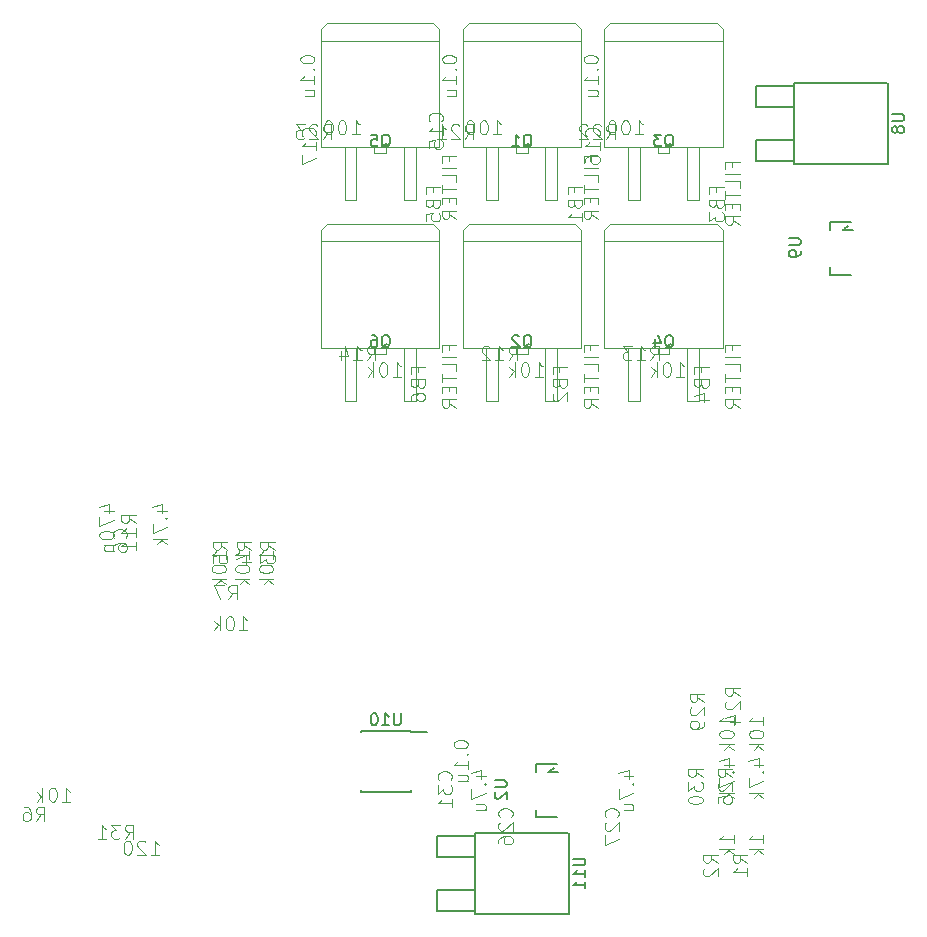
<source format=gbr>
G04 #@! TF.FileFunction,Legend,Bot*
%FSLAX46Y46*%
G04 Gerber Fmt 4.6, Leading zero omitted, Abs format (unit mm)*
G04 Created by KiCad (PCBNEW 4.0.6) date 03/21/17 17:18:28*
%MOMM*%
%LPD*%
G01*
G04 APERTURE LIST*
%ADD10C,0.100000*%
%ADD11C,0.150000*%
%ADD12C,0.101600*%
G04 APERTURE END LIST*
D10*
X44500000Y-13000000D02*
X44500000Y-13500000D01*
X44500000Y-13500000D02*
X43500000Y-13500000D01*
X43500000Y-13500000D02*
X43500000Y-13000000D01*
X42000000Y-13000000D02*
X42000000Y-17500000D01*
X42000000Y-17500000D02*
X41000000Y-17500000D01*
X41000000Y-17500000D02*
X41000000Y-13000000D01*
X47000000Y-13000000D02*
X47000000Y-17500000D01*
X47000000Y-17500000D02*
X46000000Y-17500000D01*
X46000000Y-17500000D02*
X46000000Y-13000000D01*
X39500000Y-2500000D02*
X48500000Y-2500000D01*
X48500000Y-2500000D02*
X49000000Y-3000000D01*
X39000000Y-3000000D02*
X39500000Y-2500000D01*
X39000000Y-4000000D02*
X39000000Y-3000000D01*
X49000000Y-4000000D02*
X49000000Y-3000000D01*
X49000000Y-4000000D02*
X49000000Y-13000000D01*
X39000000Y-4000000D02*
X49000000Y-4000000D01*
X39000000Y-13000000D02*
X39000000Y-4000000D01*
X39000000Y-13000000D02*
X49000000Y-13000000D01*
X44500000Y-30000000D02*
X44500000Y-30500000D01*
X44500000Y-30500000D02*
X43500000Y-30500000D01*
X43500000Y-30500000D02*
X43500000Y-30000000D01*
X42000000Y-30000000D02*
X42000000Y-34500000D01*
X42000000Y-34500000D02*
X41000000Y-34500000D01*
X41000000Y-34500000D02*
X41000000Y-30000000D01*
X47000000Y-30000000D02*
X47000000Y-34500000D01*
X47000000Y-34500000D02*
X46000000Y-34500000D01*
X46000000Y-34500000D02*
X46000000Y-30000000D01*
X39500000Y-19500000D02*
X48500000Y-19500000D01*
X48500000Y-19500000D02*
X49000000Y-20000000D01*
X39000000Y-20000000D02*
X39500000Y-19500000D01*
X39000000Y-21000000D02*
X39000000Y-20000000D01*
X49000000Y-21000000D02*
X49000000Y-20000000D01*
X49000000Y-21000000D02*
X49000000Y-30000000D01*
X39000000Y-21000000D02*
X49000000Y-21000000D01*
X39000000Y-30000000D02*
X39000000Y-21000000D01*
X39000000Y-30000000D02*
X49000000Y-30000000D01*
X56500000Y-13000000D02*
X56500000Y-13500000D01*
X56500000Y-13500000D02*
X55500000Y-13500000D01*
X55500000Y-13500000D02*
X55500000Y-13000000D01*
X54000000Y-13000000D02*
X54000000Y-17500000D01*
X54000000Y-17500000D02*
X53000000Y-17500000D01*
X53000000Y-17500000D02*
X53000000Y-13000000D01*
X59000000Y-13000000D02*
X59000000Y-17500000D01*
X59000000Y-17500000D02*
X58000000Y-17500000D01*
X58000000Y-17500000D02*
X58000000Y-13000000D01*
X51500000Y-2500000D02*
X60500000Y-2500000D01*
X60500000Y-2500000D02*
X61000000Y-3000000D01*
X51000000Y-3000000D02*
X51500000Y-2500000D01*
X51000000Y-4000000D02*
X51000000Y-3000000D01*
X61000000Y-4000000D02*
X61000000Y-3000000D01*
X61000000Y-4000000D02*
X61000000Y-13000000D01*
X51000000Y-4000000D02*
X61000000Y-4000000D01*
X51000000Y-13000000D02*
X51000000Y-4000000D01*
X51000000Y-13000000D02*
X61000000Y-13000000D01*
X56500000Y-30000000D02*
X56500000Y-30500000D01*
X56500000Y-30500000D02*
X55500000Y-30500000D01*
X55500000Y-30500000D02*
X55500000Y-30000000D01*
X54000000Y-30000000D02*
X54000000Y-34500000D01*
X54000000Y-34500000D02*
X53000000Y-34500000D01*
X53000000Y-34500000D02*
X53000000Y-30000000D01*
X59000000Y-30000000D02*
X59000000Y-34500000D01*
X59000000Y-34500000D02*
X58000000Y-34500000D01*
X58000000Y-34500000D02*
X58000000Y-30000000D01*
X51500000Y-19500000D02*
X60500000Y-19500000D01*
X60500000Y-19500000D02*
X61000000Y-20000000D01*
X51000000Y-20000000D02*
X51500000Y-19500000D01*
X51000000Y-21000000D02*
X51000000Y-20000000D01*
X61000000Y-21000000D02*
X61000000Y-20000000D01*
X61000000Y-21000000D02*
X61000000Y-30000000D01*
X51000000Y-21000000D02*
X61000000Y-21000000D01*
X51000000Y-30000000D02*
X51000000Y-21000000D01*
X51000000Y-30000000D02*
X61000000Y-30000000D01*
X32500000Y-13000000D02*
X32500000Y-13500000D01*
X32500000Y-13500000D02*
X31500000Y-13500000D01*
X31500000Y-13500000D02*
X31500000Y-13000000D01*
X30000000Y-13000000D02*
X30000000Y-17500000D01*
X30000000Y-17500000D02*
X29000000Y-17500000D01*
X29000000Y-17500000D02*
X29000000Y-13000000D01*
X35000000Y-13000000D02*
X35000000Y-17500000D01*
X35000000Y-17500000D02*
X34000000Y-17500000D01*
X34000000Y-17500000D02*
X34000000Y-13000000D01*
X27500000Y-2500000D02*
X36500000Y-2500000D01*
X36500000Y-2500000D02*
X37000000Y-3000000D01*
X27000000Y-3000000D02*
X27500000Y-2500000D01*
X27000000Y-4000000D02*
X27000000Y-3000000D01*
X37000000Y-4000000D02*
X37000000Y-3000000D01*
X37000000Y-4000000D02*
X37000000Y-13000000D01*
X27000000Y-4000000D02*
X37000000Y-4000000D01*
X27000000Y-13000000D02*
X27000000Y-4000000D01*
X27000000Y-13000000D02*
X37000000Y-13000000D01*
X32500000Y-30000000D02*
X32500000Y-30500000D01*
X32500000Y-30500000D02*
X31500000Y-30500000D01*
X31500000Y-30500000D02*
X31500000Y-30000000D01*
X30000000Y-30000000D02*
X30000000Y-34500000D01*
X30000000Y-34500000D02*
X29000000Y-34500000D01*
X29000000Y-34500000D02*
X29000000Y-30000000D01*
X35000000Y-30000000D02*
X35000000Y-34500000D01*
X35000000Y-34500000D02*
X34000000Y-34500000D01*
X34000000Y-34500000D02*
X34000000Y-30000000D01*
X27500000Y-19500000D02*
X36500000Y-19500000D01*
X36500000Y-19500000D02*
X37000000Y-20000000D01*
X27000000Y-20000000D02*
X27500000Y-19500000D01*
X27000000Y-21000000D02*
X27000000Y-20000000D01*
X37000000Y-21000000D02*
X37000000Y-20000000D01*
X37000000Y-21000000D02*
X37000000Y-30000000D01*
X27000000Y-21000000D02*
X37000000Y-21000000D01*
X27000000Y-30000000D02*
X27000000Y-21000000D01*
X27000000Y-30000000D02*
X37000000Y-30000000D01*
D11*
X46700660Y-65600080D02*
X46400940Y-65849000D01*
X46400940Y-65849000D02*
X46251080Y-65950600D01*
X46251080Y-65950600D02*
X47099440Y-65950600D01*
X45199520Y-65249560D02*
X47000380Y-65249560D01*
X45199520Y-65249560D02*
X45199520Y-65899800D01*
X45199520Y-69750440D02*
X47000380Y-69750440D01*
X45199520Y-69750440D02*
X45199520Y-69100200D01*
X67024000Y-9603000D02*
X63849000Y-9603000D01*
X63849000Y-9603000D02*
X63849000Y-7825000D01*
X63849000Y-7825000D02*
X67024000Y-7825000D01*
X67024000Y-14175000D02*
X63849000Y-14175000D01*
X63849000Y-14175000D02*
X63849000Y-12397000D01*
X63849000Y-12397000D02*
X67024000Y-12397000D01*
X73120000Y-7571000D02*
X67024000Y-7571000D01*
X67024000Y-7571000D02*
X67024000Y-14429000D01*
X67024000Y-14429000D02*
X74898000Y-14429000D01*
X75025000Y-14429000D02*
X75025000Y-7571000D01*
X74898000Y-7571000D02*
X73120000Y-7571000D01*
X34575000Y-62425000D02*
X34575000Y-62570000D01*
X30425000Y-62425000D02*
X30425000Y-62570000D01*
X30425000Y-67575000D02*
X30425000Y-67430000D01*
X34575000Y-67575000D02*
X34575000Y-67430000D01*
X34575000Y-62425000D02*
X30425000Y-62425000D01*
X34575000Y-67575000D02*
X30425000Y-67575000D01*
X34575000Y-62570000D02*
X35975000Y-62570000D01*
X40024000Y-73103000D02*
X36849000Y-73103000D01*
X36849000Y-73103000D02*
X36849000Y-71325000D01*
X36849000Y-71325000D02*
X40024000Y-71325000D01*
X40024000Y-77675000D02*
X36849000Y-77675000D01*
X36849000Y-77675000D02*
X36849000Y-75897000D01*
X36849000Y-75897000D02*
X40024000Y-75897000D01*
X46120000Y-71071000D02*
X40024000Y-71071000D01*
X40024000Y-71071000D02*
X40024000Y-77929000D01*
X40024000Y-77929000D02*
X47898000Y-77929000D01*
X48025000Y-77929000D02*
X48025000Y-71071000D01*
X47898000Y-71071000D02*
X46120000Y-71071000D01*
X71600660Y-19700080D02*
X71300940Y-19949000D01*
X71300940Y-19949000D02*
X71151080Y-20050600D01*
X71151080Y-20050600D02*
X71999440Y-20050600D01*
X70099520Y-19349560D02*
X71900380Y-19349560D01*
X70099520Y-19349560D02*
X70099520Y-19999800D01*
X70099520Y-23850440D02*
X71900380Y-23850440D01*
X70099520Y-23850440D02*
X70099520Y-23200200D01*
D12*
X26462643Y-12111690D02*
X26520095Y-12054238D01*
X26577548Y-11881881D01*
X26577548Y-11766976D01*
X26520095Y-11594619D01*
X26405190Y-11479714D01*
X26290286Y-11422262D01*
X26060476Y-11364810D01*
X25888119Y-11364810D01*
X25658310Y-11422262D01*
X25543405Y-11479714D01*
X25428500Y-11594619D01*
X25371048Y-11766976D01*
X25371048Y-11881881D01*
X25428500Y-12054238D01*
X25485952Y-12111690D01*
X26577548Y-13260738D02*
X26577548Y-12571310D01*
X26577548Y-12916024D02*
X25371048Y-12916024D01*
X25543405Y-12801119D01*
X25658310Y-12686214D01*
X25715762Y-12571310D01*
X25371048Y-13662905D02*
X25371048Y-14467238D01*
X26577548Y-13950167D01*
X25236048Y-5517071D02*
X25236048Y-5631976D01*
X25293500Y-5746881D01*
X25350952Y-5804333D01*
X25465857Y-5861786D01*
X25695667Y-5919238D01*
X25982929Y-5919238D01*
X26212738Y-5861786D01*
X26327643Y-5804333D01*
X26385095Y-5746881D01*
X26442548Y-5631976D01*
X26442548Y-5517071D01*
X26385095Y-5402167D01*
X26327643Y-5344714D01*
X26212738Y-5287262D01*
X25982929Y-5229810D01*
X25695667Y-5229810D01*
X25465857Y-5287262D01*
X25350952Y-5344714D01*
X25293500Y-5402167D01*
X25236048Y-5517071D01*
X26327643Y-6436310D02*
X26385095Y-6493762D01*
X26442548Y-6436310D01*
X26385095Y-6378858D01*
X26327643Y-6436310D01*
X26442548Y-6436310D01*
X26442548Y-7642810D02*
X26442548Y-6953382D01*
X26442548Y-7298096D02*
X25236048Y-7298096D01*
X25408405Y-7183191D01*
X25523310Y-7068286D01*
X25580762Y-6953382D01*
X25638214Y-8676953D02*
X26442548Y-8676953D01*
X25638214Y-8159882D02*
X26270190Y-8159882D01*
X26385095Y-8217334D01*
X26442548Y-8332239D01*
X26442548Y-8504596D01*
X26385095Y-8619501D01*
X26327643Y-8676953D01*
X48445571Y-16824429D02*
X48445571Y-16422262D01*
X49077548Y-16422262D02*
X47871048Y-16422262D01*
X47871048Y-16996786D01*
X48445571Y-17858572D02*
X48503024Y-18030929D01*
X48560476Y-18088381D01*
X48675381Y-18145833D01*
X48847738Y-18145833D01*
X48962643Y-18088381D01*
X49020095Y-18030929D01*
X49077548Y-17916024D01*
X49077548Y-17456405D01*
X47871048Y-17456405D01*
X47871048Y-17858572D01*
X47928500Y-17973476D01*
X47985952Y-18030929D01*
X48100857Y-18088381D01*
X48215762Y-18088381D01*
X48330667Y-18030929D01*
X48388119Y-17973476D01*
X48445571Y-17858572D01*
X48445571Y-17456405D01*
X49077548Y-19294881D02*
X49077548Y-18605453D01*
X49077548Y-18950167D02*
X47871048Y-18950167D01*
X48043405Y-18835262D01*
X48158310Y-18720357D01*
X48215762Y-18605453D01*
X49810571Y-14189429D02*
X49810571Y-13787262D01*
X50442548Y-13787262D02*
X49236048Y-13787262D01*
X49236048Y-14361786D01*
X50442548Y-14821405D02*
X49236048Y-14821405D01*
X50442548Y-15970453D02*
X50442548Y-15395929D01*
X49236048Y-15395929D01*
X49236048Y-16200262D02*
X49236048Y-16889690D01*
X50442548Y-16544976D02*
X49236048Y-16544976D01*
X49810571Y-17291857D02*
X49810571Y-17694024D01*
X50442548Y-17866381D02*
X50442548Y-17291857D01*
X49236048Y-17291857D01*
X49236048Y-17866381D01*
X50442548Y-19072880D02*
X49868024Y-18670714D01*
X50442548Y-18383452D02*
X49236048Y-18383452D01*
X49236048Y-18843071D01*
X49293500Y-18957976D01*
X49350952Y-19015428D01*
X49465857Y-19072880D01*
X49638214Y-19072880D01*
X49753119Y-19015428D01*
X49810571Y-18957976D01*
X49868024Y-18843071D01*
X49868024Y-18383452D01*
X47175571Y-32054429D02*
X47175571Y-31652262D01*
X47807548Y-31652262D02*
X46601048Y-31652262D01*
X46601048Y-32226786D01*
X47175571Y-33088572D02*
X47233024Y-33260929D01*
X47290476Y-33318381D01*
X47405381Y-33375833D01*
X47577738Y-33375833D01*
X47692643Y-33318381D01*
X47750095Y-33260929D01*
X47807548Y-33146024D01*
X47807548Y-32686405D01*
X46601048Y-32686405D01*
X46601048Y-33088572D01*
X46658500Y-33203476D01*
X46715952Y-33260929D01*
X46830857Y-33318381D01*
X46945762Y-33318381D01*
X47060667Y-33260929D01*
X47118119Y-33203476D01*
X47175571Y-33088572D01*
X47175571Y-32686405D01*
X46715952Y-33835453D02*
X46658500Y-33892905D01*
X46601048Y-34007810D01*
X46601048Y-34295072D01*
X46658500Y-34409976D01*
X46715952Y-34467429D01*
X46830857Y-34524881D01*
X46945762Y-34524881D01*
X47118119Y-34467429D01*
X47807548Y-33778000D01*
X47807548Y-34524881D01*
X49810571Y-30189429D02*
X49810571Y-29787262D01*
X50442548Y-29787262D02*
X49236048Y-29787262D01*
X49236048Y-30361786D01*
X50442548Y-30821405D02*
X49236048Y-30821405D01*
X50442548Y-31970453D02*
X50442548Y-31395929D01*
X49236048Y-31395929D01*
X49236048Y-32200262D02*
X49236048Y-32889690D01*
X50442548Y-32544976D02*
X49236048Y-32544976D01*
X49810571Y-33291857D02*
X49810571Y-33694024D01*
X50442548Y-33866381D02*
X50442548Y-33291857D01*
X49236048Y-33291857D01*
X49236048Y-33866381D01*
X50442548Y-35072880D02*
X49868024Y-34670714D01*
X50442548Y-34383452D02*
X49236048Y-34383452D01*
X49236048Y-34843071D01*
X49293500Y-34957976D01*
X49350952Y-35015428D01*
X49465857Y-35072880D01*
X49638214Y-35072880D01*
X49753119Y-35015428D01*
X49810571Y-34957976D01*
X49868024Y-34843071D01*
X49868024Y-34383452D01*
X60445571Y-16824429D02*
X60445571Y-16422262D01*
X61077548Y-16422262D02*
X59871048Y-16422262D01*
X59871048Y-16996786D01*
X60445571Y-17858572D02*
X60503024Y-18030929D01*
X60560476Y-18088381D01*
X60675381Y-18145833D01*
X60847738Y-18145833D01*
X60962643Y-18088381D01*
X61020095Y-18030929D01*
X61077548Y-17916024D01*
X61077548Y-17456405D01*
X59871048Y-17456405D01*
X59871048Y-17858572D01*
X59928500Y-17973476D01*
X59985952Y-18030929D01*
X60100857Y-18088381D01*
X60215762Y-18088381D01*
X60330667Y-18030929D01*
X60388119Y-17973476D01*
X60445571Y-17858572D01*
X60445571Y-17456405D01*
X59871048Y-18548000D02*
X59871048Y-19294881D01*
X60330667Y-18892714D01*
X60330667Y-19065072D01*
X60388119Y-19179976D01*
X60445571Y-19237429D01*
X60560476Y-19294881D01*
X60847738Y-19294881D01*
X60962643Y-19237429D01*
X61020095Y-19179976D01*
X61077548Y-19065072D01*
X61077548Y-18720357D01*
X61020095Y-18605453D01*
X60962643Y-18548000D01*
X61810571Y-14689429D02*
X61810571Y-14287262D01*
X62442548Y-14287262D02*
X61236048Y-14287262D01*
X61236048Y-14861786D01*
X62442548Y-15321405D02*
X61236048Y-15321405D01*
X62442548Y-16470453D02*
X62442548Y-15895929D01*
X61236048Y-15895929D01*
X61236048Y-16700262D02*
X61236048Y-17389690D01*
X62442548Y-17044976D02*
X61236048Y-17044976D01*
X61810571Y-17791857D02*
X61810571Y-18194024D01*
X62442548Y-18366381D02*
X62442548Y-17791857D01*
X61236048Y-17791857D01*
X61236048Y-18366381D01*
X62442548Y-19572880D02*
X61868024Y-19170714D01*
X62442548Y-18883452D02*
X61236048Y-18883452D01*
X61236048Y-19343071D01*
X61293500Y-19457976D01*
X61350952Y-19515428D01*
X61465857Y-19572880D01*
X61638214Y-19572880D01*
X61753119Y-19515428D01*
X61810571Y-19457976D01*
X61868024Y-19343071D01*
X61868024Y-18883452D01*
X59175571Y-32054429D02*
X59175571Y-31652262D01*
X59807548Y-31652262D02*
X58601048Y-31652262D01*
X58601048Y-32226786D01*
X59175571Y-33088572D02*
X59233024Y-33260929D01*
X59290476Y-33318381D01*
X59405381Y-33375833D01*
X59577738Y-33375833D01*
X59692643Y-33318381D01*
X59750095Y-33260929D01*
X59807548Y-33146024D01*
X59807548Y-32686405D01*
X58601048Y-32686405D01*
X58601048Y-33088572D01*
X58658500Y-33203476D01*
X58715952Y-33260929D01*
X58830857Y-33318381D01*
X58945762Y-33318381D01*
X59060667Y-33260929D01*
X59118119Y-33203476D01*
X59175571Y-33088572D01*
X59175571Y-32686405D01*
X59003214Y-34409976D02*
X59807548Y-34409976D01*
X58543595Y-34122714D02*
X59405381Y-33835453D01*
X59405381Y-34582333D01*
X61810571Y-30189429D02*
X61810571Y-29787262D01*
X62442548Y-29787262D02*
X61236048Y-29787262D01*
X61236048Y-30361786D01*
X62442548Y-30821405D02*
X61236048Y-30821405D01*
X62442548Y-31970453D02*
X62442548Y-31395929D01*
X61236048Y-31395929D01*
X61236048Y-32200262D02*
X61236048Y-32889690D01*
X62442548Y-32544976D02*
X61236048Y-32544976D01*
X61810571Y-33291857D02*
X61810571Y-33694024D01*
X62442548Y-33866381D02*
X62442548Y-33291857D01*
X61236048Y-33291857D01*
X61236048Y-33866381D01*
X62442548Y-35072880D02*
X61868024Y-34670714D01*
X62442548Y-34383452D02*
X61236048Y-34383452D01*
X61236048Y-34843071D01*
X61293500Y-34957976D01*
X61350952Y-35015428D01*
X61465857Y-35072880D01*
X61638214Y-35072880D01*
X61753119Y-35015428D01*
X61810571Y-34957976D01*
X61868024Y-34843071D01*
X61868024Y-34383452D01*
X36445571Y-16824429D02*
X36445571Y-16422262D01*
X37077548Y-16422262D02*
X35871048Y-16422262D01*
X35871048Y-16996786D01*
X36445571Y-17858572D02*
X36503024Y-18030929D01*
X36560476Y-18088381D01*
X36675381Y-18145833D01*
X36847738Y-18145833D01*
X36962643Y-18088381D01*
X37020095Y-18030929D01*
X37077548Y-17916024D01*
X37077548Y-17456405D01*
X35871048Y-17456405D01*
X35871048Y-17858572D01*
X35928500Y-17973476D01*
X35985952Y-18030929D01*
X36100857Y-18088381D01*
X36215762Y-18088381D01*
X36330667Y-18030929D01*
X36388119Y-17973476D01*
X36445571Y-17858572D01*
X36445571Y-17456405D01*
X35871048Y-19237429D02*
X35871048Y-18662905D01*
X36445571Y-18605453D01*
X36388119Y-18662905D01*
X36330667Y-18777810D01*
X36330667Y-19065072D01*
X36388119Y-19179976D01*
X36445571Y-19237429D01*
X36560476Y-19294881D01*
X36847738Y-19294881D01*
X36962643Y-19237429D01*
X37020095Y-19179976D01*
X37077548Y-19065072D01*
X37077548Y-18777810D01*
X37020095Y-18662905D01*
X36962643Y-18605453D01*
X37810571Y-14189429D02*
X37810571Y-13787262D01*
X38442548Y-13787262D02*
X37236048Y-13787262D01*
X37236048Y-14361786D01*
X38442548Y-14821405D02*
X37236048Y-14821405D01*
X38442548Y-15970453D02*
X38442548Y-15395929D01*
X37236048Y-15395929D01*
X37236048Y-16200262D02*
X37236048Y-16889690D01*
X38442548Y-16544976D02*
X37236048Y-16544976D01*
X37810571Y-17291857D02*
X37810571Y-17694024D01*
X38442548Y-17866381D02*
X38442548Y-17291857D01*
X37236048Y-17291857D01*
X37236048Y-17866381D01*
X38442548Y-19072880D02*
X37868024Y-18670714D01*
X38442548Y-18383452D02*
X37236048Y-18383452D01*
X37236048Y-18843071D01*
X37293500Y-18957976D01*
X37350952Y-19015428D01*
X37465857Y-19072880D01*
X37638214Y-19072880D01*
X37753119Y-19015428D01*
X37810571Y-18957976D01*
X37868024Y-18843071D01*
X37868024Y-18383452D01*
X35175571Y-32054429D02*
X35175571Y-31652262D01*
X35807548Y-31652262D02*
X34601048Y-31652262D01*
X34601048Y-32226786D01*
X35175571Y-33088572D02*
X35233024Y-33260929D01*
X35290476Y-33318381D01*
X35405381Y-33375833D01*
X35577738Y-33375833D01*
X35692643Y-33318381D01*
X35750095Y-33260929D01*
X35807548Y-33146024D01*
X35807548Y-32686405D01*
X34601048Y-32686405D01*
X34601048Y-33088572D01*
X34658500Y-33203476D01*
X34715952Y-33260929D01*
X34830857Y-33318381D01*
X34945762Y-33318381D01*
X35060667Y-33260929D01*
X35118119Y-33203476D01*
X35175571Y-33088572D01*
X35175571Y-32686405D01*
X34601048Y-34409976D02*
X34601048Y-34180167D01*
X34658500Y-34065262D01*
X34715952Y-34007810D01*
X34888310Y-33892905D01*
X35118119Y-33835453D01*
X35577738Y-33835453D01*
X35692643Y-33892905D01*
X35750095Y-33950357D01*
X35807548Y-34065262D01*
X35807548Y-34295072D01*
X35750095Y-34409976D01*
X35692643Y-34467429D01*
X35577738Y-34524881D01*
X35290476Y-34524881D01*
X35175571Y-34467429D01*
X35118119Y-34409976D01*
X35060667Y-34295072D01*
X35060667Y-34065262D01*
X35118119Y-33950357D01*
X35175571Y-33892905D01*
X35290476Y-33835453D01*
X37810571Y-30189429D02*
X37810571Y-29787262D01*
X38442548Y-29787262D02*
X37236048Y-29787262D01*
X37236048Y-30361786D01*
X38442548Y-30821405D02*
X37236048Y-30821405D01*
X38442548Y-31970453D02*
X38442548Y-31395929D01*
X37236048Y-31395929D01*
X37236048Y-32200262D02*
X37236048Y-32889690D01*
X38442548Y-32544976D02*
X37236048Y-32544976D01*
X37810571Y-33291857D02*
X37810571Y-33694024D01*
X38442548Y-33866381D02*
X38442548Y-33291857D01*
X37236048Y-33291857D01*
X37236048Y-33866381D01*
X38442548Y-35072880D02*
X37868024Y-34670714D01*
X38442548Y-34383452D02*
X37236048Y-34383452D01*
X37236048Y-34843071D01*
X37293500Y-34957976D01*
X37350952Y-35015428D01*
X37465857Y-35072880D01*
X37638214Y-35072880D01*
X37753119Y-35015428D01*
X37810571Y-34957976D01*
X37868024Y-34843071D01*
X37868024Y-34383452D01*
D11*
X44095238Y-13047619D02*
X44190476Y-13000000D01*
X44285714Y-12904762D01*
X44428571Y-12761905D01*
X44523810Y-12714286D01*
X44619048Y-12714286D01*
X44571429Y-12952381D02*
X44666667Y-12904762D01*
X44761905Y-12809524D01*
X44809524Y-12619048D01*
X44809524Y-12285714D01*
X44761905Y-12095238D01*
X44666667Y-12000000D01*
X44571429Y-11952381D01*
X44380952Y-11952381D01*
X44285714Y-12000000D01*
X44190476Y-12095238D01*
X44142857Y-12285714D01*
X44142857Y-12619048D01*
X44190476Y-12809524D01*
X44285714Y-12904762D01*
X44380952Y-12952381D01*
X44571429Y-12952381D01*
X43190476Y-12952381D02*
X43761905Y-12952381D01*
X43476191Y-12952381D02*
X43476191Y-11952381D01*
X43571429Y-12095238D01*
X43666667Y-12190476D01*
X43761905Y-12238095D01*
X44095238Y-30047619D02*
X44190476Y-30000000D01*
X44285714Y-29904762D01*
X44428571Y-29761905D01*
X44523810Y-29714286D01*
X44619048Y-29714286D01*
X44571429Y-29952381D02*
X44666667Y-29904762D01*
X44761905Y-29809524D01*
X44809524Y-29619048D01*
X44809524Y-29285714D01*
X44761905Y-29095238D01*
X44666667Y-29000000D01*
X44571429Y-28952381D01*
X44380952Y-28952381D01*
X44285714Y-29000000D01*
X44190476Y-29095238D01*
X44142857Y-29285714D01*
X44142857Y-29619048D01*
X44190476Y-29809524D01*
X44285714Y-29904762D01*
X44380952Y-29952381D01*
X44571429Y-29952381D01*
X43761905Y-29047619D02*
X43714286Y-29000000D01*
X43619048Y-28952381D01*
X43380952Y-28952381D01*
X43285714Y-29000000D01*
X43238095Y-29047619D01*
X43190476Y-29142857D01*
X43190476Y-29238095D01*
X43238095Y-29380952D01*
X43809524Y-29952381D01*
X43190476Y-29952381D01*
X56095238Y-13047619D02*
X56190476Y-13000000D01*
X56285714Y-12904762D01*
X56428571Y-12761905D01*
X56523810Y-12714286D01*
X56619048Y-12714286D01*
X56571429Y-12952381D02*
X56666667Y-12904762D01*
X56761905Y-12809524D01*
X56809524Y-12619048D01*
X56809524Y-12285714D01*
X56761905Y-12095238D01*
X56666667Y-12000000D01*
X56571429Y-11952381D01*
X56380952Y-11952381D01*
X56285714Y-12000000D01*
X56190476Y-12095238D01*
X56142857Y-12285714D01*
X56142857Y-12619048D01*
X56190476Y-12809524D01*
X56285714Y-12904762D01*
X56380952Y-12952381D01*
X56571429Y-12952381D01*
X55809524Y-11952381D02*
X55190476Y-11952381D01*
X55523810Y-12333333D01*
X55380952Y-12333333D01*
X55285714Y-12380952D01*
X55238095Y-12428571D01*
X55190476Y-12523810D01*
X55190476Y-12761905D01*
X55238095Y-12857143D01*
X55285714Y-12904762D01*
X55380952Y-12952381D01*
X55666667Y-12952381D01*
X55761905Y-12904762D01*
X55809524Y-12857143D01*
X56095238Y-30047619D02*
X56190476Y-30000000D01*
X56285714Y-29904762D01*
X56428571Y-29761905D01*
X56523810Y-29714286D01*
X56619048Y-29714286D01*
X56571429Y-29952381D02*
X56666667Y-29904762D01*
X56761905Y-29809524D01*
X56809524Y-29619048D01*
X56809524Y-29285714D01*
X56761905Y-29095238D01*
X56666667Y-29000000D01*
X56571429Y-28952381D01*
X56380952Y-28952381D01*
X56285714Y-29000000D01*
X56190476Y-29095238D01*
X56142857Y-29285714D01*
X56142857Y-29619048D01*
X56190476Y-29809524D01*
X56285714Y-29904762D01*
X56380952Y-29952381D01*
X56571429Y-29952381D01*
X55285714Y-29285714D02*
X55285714Y-29952381D01*
X55523810Y-28904762D02*
X55761905Y-29619048D01*
X55142857Y-29619048D01*
X32095238Y-13047619D02*
X32190476Y-13000000D01*
X32285714Y-12904762D01*
X32428571Y-12761905D01*
X32523810Y-12714286D01*
X32619048Y-12714286D01*
X32571429Y-12952381D02*
X32666667Y-12904762D01*
X32761905Y-12809524D01*
X32809524Y-12619048D01*
X32809524Y-12285714D01*
X32761905Y-12095238D01*
X32666667Y-12000000D01*
X32571429Y-11952381D01*
X32380952Y-11952381D01*
X32285714Y-12000000D01*
X32190476Y-12095238D01*
X32142857Y-12285714D01*
X32142857Y-12619048D01*
X32190476Y-12809524D01*
X32285714Y-12904762D01*
X32380952Y-12952381D01*
X32571429Y-12952381D01*
X31238095Y-11952381D02*
X31714286Y-11952381D01*
X31761905Y-12428571D01*
X31714286Y-12380952D01*
X31619048Y-12333333D01*
X31380952Y-12333333D01*
X31285714Y-12380952D01*
X31238095Y-12428571D01*
X31190476Y-12523810D01*
X31190476Y-12761905D01*
X31238095Y-12857143D01*
X31285714Y-12904762D01*
X31380952Y-12952381D01*
X31619048Y-12952381D01*
X31714286Y-12904762D01*
X31761905Y-12857143D01*
X32095238Y-30047619D02*
X32190476Y-30000000D01*
X32285714Y-29904762D01*
X32428571Y-29761905D01*
X32523810Y-29714286D01*
X32619048Y-29714286D01*
X32571429Y-29952381D02*
X32666667Y-29904762D01*
X32761905Y-29809524D01*
X32809524Y-29619048D01*
X32809524Y-29285714D01*
X32761905Y-29095238D01*
X32666667Y-29000000D01*
X32571429Y-28952381D01*
X32380952Y-28952381D01*
X32285714Y-29000000D01*
X32190476Y-29095238D01*
X32142857Y-29285714D01*
X32142857Y-29619048D01*
X32190476Y-29809524D01*
X32285714Y-29904762D01*
X32380952Y-29952381D01*
X32571429Y-29952381D01*
X31285714Y-28952381D02*
X31476191Y-28952381D01*
X31571429Y-29000000D01*
X31619048Y-29047619D01*
X31714286Y-29190476D01*
X31761905Y-29380952D01*
X31761905Y-29761905D01*
X31714286Y-29857143D01*
X31666667Y-29904762D01*
X31571429Y-29952381D01*
X31380952Y-29952381D01*
X31285714Y-29904762D01*
X31238095Y-29857143D01*
X31190476Y-29761905D01*
X31190476Y-29523810D01*
X31238095Y-29428571D01*
X31285714Y-29380952D01*
X31380952Y-29333333D01*
X31571429Y-29333333D01*
X31666667Y-29380952D01*
X31714286Y-29428571D01*
X31761905Y-29523810D01*
D12*
X63077548Y-73611690D02*
X62503024Y-73209524D01*
X63077548Y-72922262D02*
X61871048Y-72922262D01*
X61871048Y-73381881D01*
X61928500Y-73496786D01*
X61985952Y-73554238D01*
X62100857Y-73611690D01*
X62273214Y-73611690D01*
X62388119Y-73554238D01*
X62445571Y-73496786D01*
X62503024Y-73381881D01*
X62503024Y-72922262D01*
X63077548Y-74760738D02*
X63077548Y-74071310D01*
X63077548Y-74416024D02*
X61871048Y-74416024D01*
X62043405Y-74301119D01*
X62158310Y-74186214D01*
X62215762Y-74071310D01*
X64442548Y-71919238D02*
X64442548Y-71229810D01*
X64442548Y-71574524D02*
X63236048Y-71574524D01*
X63408405Y-71459619D01*
X63523310Y-71344714D01*
X63580762Y-71229810D01*
X64442548Y-72436310D02*
X63236048Y-72436310D01*
X63982929Y-72551215D02*
X64442548Y-72895929D01*
X63638214Y-72895929D02*
X64097833Y-72436310D01*
X60577548Y-73611690D02*
X60003024Y-73209524D01*
X60577548Y-72922262D02*
X59371048Y-72922262D01*
X59371048Y-73381881D01*
X59428500Y-73496786D01*
X59485952Y-73554238D01*
X59600857Y-73611690D01*
X59773214Y-73611690D01*
X59888119Y-73554238D01*
X59945571Y-73496786D01*
X60003024Y-73381881D01*
X60003024Y-72922262D01*
X59485952Y-74071310D02*
X59428500Y-74128762D01*
X59371048Y-74243667D01*
X59371048Y-74530929D01*
X59428500Y-74645833D01*
X59485952Y-74703286D01*
X59600857Y-74760738D01*
X59715762Y-74760738D01*
X59888119Y-74703286D01*
X60577548Y-74013857D01*
X60577548Y-74760738D01*
X61942548Y-71919238D02*
X61942548Y-71229810D01*
X61942548Y-71574524D02*
X60736048Y-71574524D01*
X60908405Y-71459619D01*
X61023310Y-71344714D01*
X61080762Y-71229810D01*
X61942548Y-72436310D02*
X60736048Y-72436310D01*
X61482929Y-72551215D02*
X61942548Y-72895929D01*
X61138214Y-72895929D02*
X61597833Y-72436310D01*
X23077548Y-47111690D02*
X22503024Y-46709524D01*
X23077548Y-46422262D02*
X21871048Y-46422262D01*
X21871048Y-46881881D01*
X21928500Y-46996786D01*
X21985952Y-47054238D01*
X22100857Y-47111690D01*
X22273214Y-47111690D01*
X22388119Y-47054238D01*
X22445571Y-46996786D01*
X22503024Y-46881881D01*
X22503024Y-46422262D01*
X21871048Y-47513857D02*
X21871048Y-48260738D01*
X22330667Y-47858571D01*
X22330667Y-48030929D01*
X22388119Y-48145833D01*
X22445571Y-48203286D01*
X22560476Y-48260738D01*
X22847738Y-48260738D01*
X22962643Y-48203286D01*
X23020095Y-48145833D01*
X23077548Y-48030929D01*
X23077548Y-47686214D01*
X23020095Y-47571310D01*
X22962643Y-47513857D01*
X22942548Y-47919238D02*
X22942548Y-47229810D01*
X22942548Y-47574524D02*
X21736048Y-47574524D01*
X21908405Y-47459619D01*
X22023310Y-47344714D01*
X22080762Y-47229810D01*
X21736048Y-48666119D02*
X21736048Y-48781024D01*
X21793500Y-48895929D01*
X21850952Y-48953381D01*
X21965857Y-49010834D01*
X22195667Y-49068286D01*
X22482929Y-49068286D01*
X22712738Y-49010834D01*
X22827643Y-48953381D01*
X22885095Y-48895929D01*
X22942548Y-48781024D01*
X22942548Y-48666119D01*
X22885095Y-48551215D01*
X22827643Y-48493762D01*
X22712738Y-48436310D01*
X22482929Y-48378858D01*
X22195667Y-48378858D01*
X21965857Y-48436310D01*
X21850952Y-48493762D01*
X21793500Y-48551215D01*
X21736048Y-48666119D01*
X22942548Y-49585358D02*
X21736048Y-49585358D01*
X22482929Y-49700263D02*
X22942548Y-50044977D01*
X22138214Y-50044977D02*
X22597833Y-49585358D01*
X21077548Y-47111690D02*
X20503024Y-46709524D01*
X21077548Y-46422262D02*
X19871048Y-46422262D01*
X19871048Y-46881881D01*
X19928500Y-46996786D01*
X19985952Y-47054238D01*
X20100857Y-47111690D01*
X20273214Y-47111690D01*
X20388119Y-47054238D01*
X20445571Y-46996786D01*
X20503024Y-46881881D01*
X20503024Y-46422262D01*
X20273214Y-48145833D02*
X21077548Y-48145833D01*
X19813595Y-47858571D02*
X20675381Y-47571310D01*
X20675381Y-48318190D01*
X20942548Y-47919238D02*
X20942548Y-47229810D01*
X20942548Y-47574524D02*
X19736048Y-47574524D01*
X19908405Y-47459619D01*
X20023310Y-47344714D01*
X20080762Y-47229810D01*
X19736048Y-48666119D02*
X19736048Y-48781024D01*
X19793500Y-48895929D01*
X19850952Y-48953381D01*
X19965857Y-49010834D01*
X20195667Y-49068286D01*
X20482929Y-49068286D01*
X20712738Y-49010834D01*
X20827643Y-48953381D01*
X20885095Y-48895929D01*
X20942548Y-48781024D01*
X20942548Y-48666119D01*
X20885095Y-48551215D01*
X20827643Y-48493762D01*
X20712738Y-48436310D01*
X20482929Y-48378858D01*
X20195667Y-48378858D01*
X19965857Y-48436310D01*
X19850952Y-48493762D01*
X19793500Y-48551215D01*
X19736048Y-48666119D01*
X20942548Y-49585358D02*
X19736048Y-49585358D01*
X20482929Y-49700263D02*
X20942548Y-50044977D01*
X20138214Y-50044977D02*
X20597833Y-49585358D01*
X19077548Y-47111690D02*
X18503024Y-46709524D01*
X19077548Y-46422262D02*
X17871048Y-46422262D01*
X17871048Y-46881881D01*
X17928500Y-46996786D01*
X17985952Y-47054238D01*
X18100857Y-47111690D01*
X18273214Y-47111690D01*
X18388119Y-47054238D01*
X18445571Y-46996786D01*
X18503024Y-46881881D01*
X18503024Y-46422262D01*
X17871048Y-48203286D02*
X17871048Y-47628762D01*
X18445571Y-47571310D01*
X18388119Y-47628762D01*
X18330667Y-47743667D01*
X18330667Y-48030929D01*
X18388119Y-48145833D01*
X18445571Y-48203286D01*
X18560476Y-48260738D01*
X18847738Y-48260738D01*
X18962643Y-48203286D01*
X19020095Y-48145833D01*
X19077548Y-48030929D01*
X19077548Y-47743667D01*
X19020095Y-47628762D01*
X18962643Y-47571310D01*
X18942548Y-47919238D02*
X18942548Y-47229810D01*
X18942548Y-47574524D02*
X17736048Y-47574524D01*
X17908405Y-47459619D01*
X18023310Y-47344714D01*
X18080762Y-47229810D01*
X17736048Y-48666119D02*
X17736048Y-48781024D01*
X17793500Y-48895929D01*
X17850952Y-48953381D01*
X17965857Y-49010834D01*
X18195667Y-49068286D01*
X18482929Y-49068286D01*
X18712738Y-49010834D01*
X18827643Y-48953381D01*
X18885095Y-48895929D01*
X18942548Y-48781024D01*
X18942548Y-48666119D01*
X18885095Y-48551215D01*
X18827643Y-48493762D01*
X18712738Y-48436310D01*
X18482929Y-48378858D01*
X18195667Y-48378858D01*
X17965857Y-48436310D01*
X17850952Y-48493762D01*
X17793500Y-48551215D01*
X17736048Y-48666119D01*
X18942548Y-49585358D02*
X17736048Y-49585358D01*
X18482929Y-49700263D02*
X18942548Y-50044977D01*
X18138214Y-50044977D02*
X18597833Y-49585358D01*
X2888310Y-70077548D02*
X3290476Y-69503024D01*
X3577738Y-70077548D02*
X3577738Y-68871048D01*
X3118119Y-68871048D01*
X3003214Y-68928500D01*
X2945762Y-68985952D01*
X2888310Y-69100857D01*
X2888310Y-69273214D01*
X2945762Y-69388119D01*
X3003214Y-69445571D01*
X3118119Y-69503024D01*
X3577738Y-69503024D01*
X1854167Y-68871048D02*
X2083976Y-68871048D01*
X2198881Y-68928500D01*
X2256333Y-68985952D01*
X2371238Y-69158310D01*
X2428690Y-69388119D01*
X2428690Y-69847738D01*
X2371238Y-69962643D01*
X2313786Y-70020095D01*
X2198881Y-70077548D01*
X1969071Y-70077548D01*
X1854167Y-70020095D01*
X1796714Y-69962643D01*
X1739262Y-69847738D01*
X1739262Y-69560476D01*
X1796714Y-69445571D01*
X1854167Y-69388119D01*
X1969071Y-69330667D01*
X2198881Y-69330667D01*
X2313786Y-69388119D01*
X2371238Y-69445571D01*
X2428690Y-69560476D01*
X5080762Y-68442548D02*
X5770190Y-68442548D01*
X5425476Y-68442548D02*
X5425476Y-67236048D01*
X5540381Y-67408405D01*
X5655286Y-67523310D01*
X5770190Y-67580762D01*
X4333881Y-67236048D02*
X4218976Y-67236048D01*
X4104071Y-67293500D01*
X4046619Y-67350952D01*
X3989166Y-67465857D01*
X3931714Y-67695667D01*
X3931714Y-67982929D01*
X3989166Y-68212738D01*
X4046619Y-68327643D01*
X4104071Y-68385095D01*
X4218976Y-68442548D01*
X4333881Y-68442548D01*
X4448785Y-68385095D01*
X4506238Y-68327643D01*
X4563690Y-68212738D01*
X4621142Y-67982929D01*
X4621142Y-67695667D01*
X4563690Y-67465857D01*
X4506238Y-67350952D01*
X4448785Y-67293500D01*
X4333881Y-67236048D01*
X3414642Y-68442548D02*
X3414642Y-67236048D01*
X3299737Y-67982929D02*
X2955023Y-68442548D01*
X2955023Y-67638214D02*
X3414642Y-68097833D01*
X19158310Y-51307548D02*
X19560476Y-50733024D01*
X19847738Y-51307548D02*
X19847738Y-50101048D01*
X19388119Y-50101048D01*
X19273214Y-50158500D01*
X19215762Y-50215952D01*
X19158310Y-50330857D01*
X19158310Y-50503214D01*
X19215762Y-50618119D01*
X19273214Y-50675571D01*
X19388119Y-50733024D01*
X19847738Y-50733024D01*
X18756143Y-50101048D02*
X17951810Y-50101048D01*
X18468881Y-51307548D01*
X20080762Y-53942548D02*
X20770190Y-53942548D01*
X20425476Y-53942548D02*
X20425476Y-52736048D01*
X20540381Y-52908405D01*
X20655286Y-53023310D01*
X20770190Y-53080762D01*
X19333881Y-52736048D02*
X19218976Y-52736048D01*
X19104071Y-52793500D01*
X19046619Y-52850952D01*
X18989166Y-52965857D01*
X18931714Y-53195667D01*
X18931714Y-53482929D01*
X18989166Y-53712738D01*
X19046619Y-53827643D01*
X19104071Y-53885095D01*
X19218976Y-53942548D01*
X19333881Y-53942548D01*
X19448785Y-53885095D01*
X19506238Y-53827643D01*
X19563690Y-53712738D01*
X19621142Y-53482929D01*
X19621142Y-53195667D01*
X19563690Y-52965857D01*
X19506238Y-52850952D01*
X19448785Y-52793500D01*
X19333881Y-52736048D01*
X18414642Y-53942548D02*
X18414642Y-52736048D01*
X18299737Y-53482929D02*
X17955023Y-53942548D01*
X17955023Y-53138214D02*
X18414642Y-53597833D01*
X11307548Y-44841690D02*
X10733024Y-44439524D01*
X11307548Y-44152262D02*
X10101048Y-44152262D01*
X10101048Y-44611881D01*
X10158500Y-44726786D01*
X10215952Y-44784238D01*
X10330857Y-44841690D01*
X10503214Y-44841690D01*
X10618119Y-44784238D01*
X10675571Y-44726786D01*
X10733024Y-44611881D01*
X10733024Y-44152262D01*
X11307548Y-45990738D02*
X11307548Y-45301310D01*
X11307548Y-45646024D02*
X10101048Y-45646024D01*
X10273405Y-45531119D01*
X10388310Y-45416214D01*
X10445762Y-45301310D01*
X11307548Y-47139786D02*
X11307548Y-46450358D01*
X11307548Y-46795072D02*
X10101048Y-46795072D01*
X10273405Y-46680167D01*
X10388310Y-46565262D01*
X10445762Y-46450358D01*
X13138214Y-43804333D02*
X13942548Y-43804333D01*
X12678595Y-43517071D02*
X13540381Y-43229810D01*
X13540381Y-43976690D01*
X13827643Y-44436310D02*
X13885095Y-44493762D01*
X13942548Y-44436310D01*
X13885095Y-44378858D01*
X13827643Y-44436310D01*
X13942548Y-44436310D01*
X12736048Y-44895929D02*
X12736048Y-45700262D01*
X13942548Y-45183191D01*
X13942548Y-46159882D02*
X12736048Y-46159882D01*
X13482929Y-46274787D02*
X13942548Y-46619501D01*
X13138214Y-46619501D02*
X13597833Y-46159882D01*
X42888310Y-31077548D02*
X43290476Y-30503024D01*
X43577738Y-31077548D02*
X43577738Y-29871048D01*
X43118119Y-29871048D01*
X43003214Y-29928500D01*
X42945762Y-29985952D01*
X42888310Y-30100857D01*
X42888310Y-30273214D01*
X42945762Y-30388119D01*
X43003214Y-30445571D01*
X43118119Y-30503024D01*
X43577738Y-30503024D01*
X41739262Y-31077548D02*
X42428690Y-31077548D01*
X42083976Y-31077548D02*
X42083976Y-29871048D01*
X42198881Y-30043405D01*
X42313786Y-30158310D01*
X42428690Y-30215762D01*
X41279642Y-29985952D02*
X41222190Y-29928500D01*
X41107285Y-29871048D01*
X40820023Y-29871048D01*
X40705119Y-29928500D01*
X40647666Y-29985952D01*
X40590214Y-30100857D01*
X40590214Y-30215762D01*
X40647666Y-30388119D01*
X41337095Y-31077548D01*
X40590214Y-31077548D01*
X45080762Y-32442548D02*
X45770190Y-32442548D01*
X45425476Y-32442548D02*
X45425476Y-31236048D01*
X45540381Y-31408405D01*
X45655286Y-31523310D01*
X45770190Y-31580762D01*
X44333881Y-31236048D02*
X44218976Y-31236048D01*
X44104071Y-31293500D01*
X44046619Y-31350952D01*
X43989166Y-31465857D01*
X43931714Y-31695667D01*
X43931714Y-31982929D01*
X43989166Y-32212738D01*
X44046619Y-32327643D01*
X44104071Y-32385095D01*
X44218976Y-32442548D01*
X44333881Y-32442548D01*
X44448785Y-32385095D01*
X44506238Y-32327643D01*
X44563690Y-32212738D01*
X44621142Y-31982929D01*
X44621142Y-31695667D01*
X44563690Y-31465857D01*
X44506238Y-31350952D01*
X44448785Y-31293500D01*
X44333881Y-31236048D01*
X43414642Y-32442548D02*
X43414642Y-31236048D01*
X43299737Y-31982929D02*
X42955023Y-32442548D01*
X42955023Y-31638214D02*
X43414642Y-32097833D01*
X54888310Y-31077548D02*
X55290476Y-30503024D01*
X55577738Y-31077548D02*
X55577738Y-29871048D01*
X55118119Y-29871048D01*
X55003214Y-29928500D01*
X54945762Y-29985952D01*
X54888310Y-30100857D01*
X54888310Y-30273214D01*
X54945762Y-30388119D01*
X55003214Y-30445571D01*
X55118119Y-30503024D01*
X55577738Y-30503024D01*
X53739262Y-31077548D02*
X54428690Y-31077548D01*
X54083976Y-31077548D02*
X54083976Y-29871048D01*
X54198881Y-30043405D01*
X54313786Y-30158310D01*
X54428690Y-30215762D01*
X53337095Y-29871048D02*
X52590214Y-29871048D01*
X52992381Y-30330667D01*
X52820023Y-30330667D01*
X52705119Y-30388119D01*
X52647666Y-30445571D01*
X52590214Y-30560476D01*
X52590214Y-30847738D01*
X52647666Y-30962643D01*
X52705119Y-31020095D01*
X52820023Y-31077548D01*
X53164738Y-31077548D01*
X53279642Y-31020095D01*
X53337095Y-30962643D01*
X57080762Y-32442548D02*
X57770190Y-32442548D01*
X57425476Y-32442548D02*
X57425476Y-31236048D01*
X57540381Y-31408405D01*
X57655286Y-31523310D01*
X57770190Y-31580762D01*
X56333881Y-31236048D02*
X56218976Y-31236048D01*
X56104071Y-31293500D01*
X56046619Y-31350952D01*
X55989166Y-31465857D01*
X55931714Y-31695667D01*
X55931714Y-31982929D01*
X55989166Y-32212738D01*
X56046619Y-32327643D01*
X56104071Y-32385095D01*
X56218976Y-32442548D01*
X56333881Y-32442548D01*
X56448785Y-32385095D01*
X56506238Y-32327643D01*
X56563690Y-32212738D01*
X56621142Y-31982929D01*
X56621142Y-31695667D01*
X56563690Y-31465857D01*
X56506238Y-31350952D01*
X56448785Y-31293500D01*
X56333881Y-31236048D01*
X55414642Y-32442548D02*
X55414642Y-31236048D01*
X55299737Y-31982929D02*
X54955023Y-32442548D01*
X54955023Y-31638214D02*
X55414642Y-32097833D01*
X30888310Y-31077548D02*
X31290476Y-30503024D01*
X31577738Y-31077548D02*
X31577738Y-29871048D01*
X31118119Y-29871048D01*
X31003214Y-29928500D01*
X30945762Y-29985952D01*
X30888310Y-30100857D01*
X30888310Y-30273214D01*
X30945762Y-30388119D01*
X31003214Y-30445571D01*
X31118119Y-30503024D01*
X31577738Y-30503024D01*
X29739262Y-31077548D02*
X30428690Y-31077548D01*
X30083976Y-31077548D02*
X30083976Y-29871048D01*
X30198881Y-30043405D01*
X30313786Y-30158310D01*
X30428690Y-30215762D01*
X28705119Y-30273214D02*
X28705119Y-31077548D01*
X28992381Y-29813595D02*
X29279642Y-30675381D01*
X28532762Y-30675381D01*
X33080762Y-32442548D02*
X33770190Y-32442548D01*
X33425476Y-32442548D02*
X33425476Y-31236048D01*
X33540381Y-31408405D01*
X33655286Y-31523310D01*
X33770190Y-31580762D01*
X32333881Y-31236048D02*
X32218976Y-31236048D01*
X32104071Y-31293500D01*
X32046619Y-31350952D01*
X31989166Y-31465857D01*
X31931714Y-31695667D01*
X31931714Y-31982929D01*
X31989166Y-32212738D01*
X32046619Y-32327643D01*
X32104071Y-32385095D01*
X32218976Y-32442548D01*
X32333881Y-32442548D01*
X32448785Y-32385095D01*
X32506238Y-32327643D01*
X32563690Y-32212738D01*
X32621142Y-31982929D01*
X32621142Y-31695667D01*
X32563690Y-31465857D01*
X32506238Y-31350952D01*
X32448785Y-31293500D01*
X32333881Y-31236048D01*
X31414642Y-32442548D02*
X31414642Y-31236048D01*
X31299737Y-31982929D02*
X30955023Y-32442548D01*
X30955023Y-31638214D02*
X31414642Y-32097833D01*
X37192643Y-10841690D02*
X37250095Y-10784238D01*
X37307548Y-10611881D01*
X37307548Y-10496976D01*
X37250095Y-10324619D01*
X37135190Y-10209714D01*
X37020286Y-10152262D01*
X36790476Y-10094810D01*
X36618119Y-10094810D01*
X36388310Y-10152262D01*
X36273405Y-10209714D01*
X36158500Y-10324619D01*
X36101048Y-10496976D01*
X36101048Y-10611881D01*
X36158500Y-10784238D01*
X36215952Y-10841690D01*
X37307548Y-11990738D02*
X37307548Y-11301310D01*
X37307548Y-11646024D02*
X36101048Y-11646024D01*
X36273405Y-11531119D01*
X36388310Y-11416214D01*
X36445762Y-11301310D01*
X36101048Y-13082334D02*
X36101048Y-12507810D01*
X36675571Y-12450358D01*
X36618119Y-12507810D01*
X36560667Y-12622715D01*
X36560667Y-12909977D01*
X36618119Y-13024881D01*
X36675571Y-13082334D01*
X36790476Y-13139786D01*
X37077738Y-13139786D01*
X37192643Y-13082334D01*
X37250095Y-13024881D01*
X37307548Y-12909977D01*
X37307548Y-12622715D01*
X37250095Y-12507810D01*
X37192643Y-12450358D01*
X37236048Y-5517071D02*
X37236048Y-5631976D01*
X37293500Y-5746881D01*
X37350952Y-5804333D01*
X37465857Y-5861786D01*
X37695667Y-5919238D01*
X37982929Y-5919238D01*
X38212738Y-5861786D01*
X38327643Y-5804333D01*
X38385095Y-5746881D01*
X38442548Y-5631976D01*
X38442548Y-5517071D01*
X38385095Y-5402167D01*
X38327643Y-5344714D01*
X38212738Y-5287262D01*
X37982929Y-5229810D01*
X37695667Y-5229810D01*
X37465857Y-5287262D01*
X37350952Y-5344714D01*
X37293500Y-5402167D01*
X37236048Y-5517071D01*
X38327643Y-6436310D02*
X38385095Y-6493762D01*
X38442548Y-6436310D01*
X38385095Y-6378858D01*
X38327643Y-6436310D01*
X38442548Y-6436310D01*
X38442548Y-7642810D02*
X38442548Y-6953382D01*
X38442548Y-7298096D02*
X37236048Y-7298096D01*
X37408405Y-7183191D01*
X37523310Y-7068286D01*
X37580762Y-6953382D01*
X37638214Y-8676953D02*
X38442548Y-8676953D01*
X37638214Y-8159882D02*
X38270190Y-8159882D01*
X38385095Y-8217334D01*
X38442548Y-8332239D01*
X38442548Y-8504596D01*
X38385095Y-8619501D01*
X38327643Y-8676953D01*
X50462643Y-12111690D02*
X50520095Y-12054238D01*
X50577548Y-11881881D01*
X50577548Y-11766976D01*
X50520095Y-11594619D01*
X50405190Y-11479714D01*
X50290286Y-11422262D01*
X50060476Y-11364810D01*
X49888119Y-11364810D01*
X49658310Y-11422262D01*
X49543405Y-11479714D01*
X49428500Y-11594619D01*
X49371048Y-11766976D01*
X49371048Y-11881881D01*
X49428500Y-12054238D01*
X49485952Y-12111690D01*
X50577548Y-13260738D02*
X50577548Y-12571310D01*
X50577548Y-12916024D02*
X49371048Y-12916024D01*
X49543405Y-12801119D01*
X49658310Y-12686214D01*
X49715762Y-12571310D01*
X49371048Y-14294881D02*
X49371048Y-14065072D01*
X49428500Y-13950167D01*
X49485952Y-13892715D01*
X49658310Y-13777810D01*
X49888119Y-13720358D01*
X50347738Y-13720358D01*
X50462643Y-13777810D01*
X50520095Y-13835262D01*
X50577548Y-13950167D01*
X50577548Y-14179977D01*
X50520095Y-14294881D01*
X50462643Y-14352334D01*
X50347738Y-14409786D01*
X50060476Y-14409786D01*
X49945571Y-14352334D01*
X49888119Y-14294881D01*
X49830667Y-14179977D01*
X49830667Y-13950167D01*
X49888119Y-13835262D01*
X49945571Y-13777810D01*
X50060476Y-13720358D01*
X49236048Y-5517071D02*
X49236048Y-5631976D01*
X49293500Y-5746881D01*
X49350952Y-5804333D01*
X49465857Y-5861786D01*
X49695667Y-5919238D01*
X49982929Y-5919238D01*
X50212738Y-5861786D01*
X50327643Y-5804333D01*
X50385095Y-5746881D01*
X50442548Y-5631976D01*
X50442548Y-5517071D01*
X50385095Y-5402167D01*
X50327643Y-5344714D01*
X50212738Y-5287262D01*
X49982929Y-5229810D01*
X49695667Y-5229810D01*
X49465857Y-5287262D01*
X49350952Y-5344714D01*
X49293500Y-5402167D01*
X49236048Y-5517071D01*
X50327643Y-6436310D02*
X50385095Y-6493762D01*
X50442548Y-6436310D01*
X50385095Y-6378858D01*
X50327643Y-6436310D01*
X50442548Y-6436310D01*
X50442548Y-7642810D02*
X50442548Y-6953382D01*
X50442548Y-7298096D02*
X49236048Y-7298096D01*
X49408405Y-7183191D01*
X49523310Y-7068286D01*
X49580762Y-6953382D01*
X49638214Y-8676953D02*
X50442548Y-8676953D01*
X49638214Y-8159882D02*
X50270190Y-8159882D01*
X50385095Y-8217334D01*
X50442548Y-8332239D01*
X50442548Y-8504596D01*
X50385095Y-8619501D01*
X50327643Y-8676953D01*
X10462643Y-46111690D02*
X10520095Y-46054238D01*
X10577548Y-45881881D01*
X10577548Y-45766976D01*
X10520095Y-45594619D01*
X10405190Y-45479714D01*
X10290286Y-45422262D01*
X10060476Y-45364810D01*
X9888119Y-45364810D01*
X9658310Y-45422262D01*
X9543405Y-45479714D01*
X9428500Y-45594619D01*
X9371048Y-45766976D01*
X9371048Y-45881881D01*
X9428500Y-46054238D01*
X9485952Y-46111690D01*
X9371048Y-47145833D02*
X9371048Y-46916024D01*
X9428500Y-46801119D01*
X9485952Y-46743667D01*
X9658310Y-46628762D01*
X9888119Y-46571310D01*
X10347738Y-46571310D01*
X10462643Y-46628762D01*
X10520095Y-46686214D01*
X10577548Y-46801119D01*
X10577548Y-47030929D01*
X10520095Y-47145833D01*
X10462643Y-47203286D01*
X10347738Y-47260738D01*
X10060476Y-47260738D01*
X9945571Y-47203286D01*
X9888119Y-47145833D01*
X9830667Y-47030929D01*
X9830667Y-46801119D01*
X9888119Y-46686214D01*
X9945571Y-46628762D01*
X10060476Y-46571310D01*
X8638214Y-43804333D02*
X9442548Y-43804333D01*
X8178595Y-43517071D02*
X9040381Y-43229810D01*
X9040381Y-43976690D01*
X8236048Y-44321405D02*
X8236048Y-45125738D01*
X9442548Y-44608667D01*
X8236048Y-45815167D02*
X8236048Y-45930072D01*
X8293500Y-46044977D01*
X8350952Y-46102429D01*
X8465857Y-46159882D01*
X8695667Y-46217334D01*
X8982929Y-46217334D01*
X9212738Y-46159882D01*
X9327643Y-46102429D01*
X9385095Y-46044977D01*
X9442548Y-45930072D01*
X9442548Y-45815167D01*
X9385095Y-45700263D01*
X9327643Y-45642810D01*
X9212738Y-45585358D01*
X8982929Y-45527906D01*
X8695667Y-45527906D01*
X8465857Y-45585358D01*
X8350952Y-45642810D01*
X8293500Y-45700263D01*
X8236048Y-45815167D01*
X8638214Y-46734406D02*
X9442548Y-46734406D01*
X8753119Y-46734406D02*
X8695667Y-46791858D01*
X8638214Y-46906763D01*
X8638214Y-47079120D01*
X8695667Y-47194025D01*
X8810571Y-47251477D01*
X9442548Y-47251477D01*
X39158310Y-12307548D02*
X39560476Y-11733024D01*
X39847738Y-12307548D02*
X39847738Y-11101048D01*
X39388119Y-11101048D01*
X39273214Y-11158500D01*
X39215762Y-11215952D01*
X39158310Y-11330857D01*
X39158310Y-11503214D01*
X39215762Y-11618119D01*
X39273214Y-11675571D01*
X39388119Y-11733024D01*
X39847738Y-11733024D01*
X38698690Y-11215952D02*
X38641238Y-11158500D01*
X38526333Y-11101048D01*
X38239071Y-11101048D01*
X38124167Y-11158500D01*
X38066714Y-11215952D01*
X38009262Y-11330857D01*
X38009262Y-11445762D01*
X38066714Y-11618119D01*
X38756143Y-12307548D01*
X38009262Y-12307548D01*
X36860214Y-12307548D02*
X37549642Y-12307548D01*
X37204928Y-12307548D02*
X37204928Y-11101048D01*
X37319833Y-11273405D01*
X37434738Y-11388310D01*
X37549642Y-11445762D01*
X41580762Y-11942548D02*
X42270190Y-11942548D01*
X41925476Y-11942548D02*
X41925476Y-10736048D01*
X42040381Y-10908405D01*
X42155286Y-11023310D01*
X42270190Y-11080762D01*
X40833881Y-10736048D02*
X40718976Y-10736048D01*
X40604071Y-10793500D01*
X40546619Y-10850952D01*
X40489166Y-10965857D01*
X40431714Y-11195667D01*
X40431714Y-11482929D01*
X40489166Y-11712738D01*
X40546619Y-11827643D01*
X40604071Y-11885095D01*
X40718976Y-11942548D01*
X40833881Y-11942548D01*
X40948785Y-11885095D01*
X41006238Y-11827643D01*
X41063690Y-11712738D01*
X41121142Y-11482929D01*
X41121142Y-11195667D01*
X41063690Y-10965857D01*
X41006238Y-10850952D01*
X40948785Y-10793500D01*
X40833881Y-10736048D01*
X39684833Y-10736048D02*
X39569928Y-10736048D01*
X39455023Y-10793500D01*
X39397571Y-10850952D01*
X39340118Y-10965857D01*
X39282666Y-11195667D01*
X39282666Y-11482929D01*
X39340118Y-11712738D01*
X39397571Y-11827643D01*
X39455023Y-11885095D01*
X39569928Y-11942548D01*
X39684833Y-11942548D01*
X39799737Y-11885095D01*
X39857190Y-11827643D01*
X39914642Y-11712738D01*
X39972094Y-11482929D01*
X39972094Y-11195667D01*
X39914642Y-10965857D01*
X39857190Y-10850952D01*
X39799737Y-10793500D01*
X39684833Y-10736048D01*
X51158310Y-12307548D02*
X51560476Y-11733024D01*
X51847738Y-12307548D02*
X51847738Y-11101048D01*
X51388119Y-11101048D01*
X51273214Y-11158500D01*
X51215762Y-11215952D01*
X51158310Y-11330857D01*
X51158310Y-11503214D01*
X51215762Y-11618119D01*
X51273214Y-11675571D01*
X51388119Y-11733024D01*
X51847738Y-11733024D01*
X50698690Y-11215952D02*
X50641238Y-11158500D01*
X50526333Y-11101048D01*
X50239071Y-11101048D01*
X50124167Y-11158500D01*
X50066714Y-11215952D01*
X50009262Y-11330857D01*
X50009262Y-11445762D01*
X50066714Y-11618119D01*
X50756143Y-12307548D01*
X50009262Y-12307548D01*
X49549642Y-11215952D02*
X49492190Y-11158500D01*
X49377285Y-11101048D01*
X49090023Y-11101048D01*
X48975119Y-11158500D01*
X48917666Y-11215952D01*
X48860214Y-11330857D01*
X48860214Y-11445762D01*
X48917666Y-11618119D01*
X49607095Y-12307548D01*
X48860214Y-12307548D01*
X53580762Y-11942548D02*
X54270190Y-11942548D01*
X53925476Y-11942548D02*
X53925476Y-10736048D01*
X54040381Y-10908405D01*
X54155286Y-11023310D01*
X54270190Y-11080762D01*
X52833881Y-10736048D02*
X52718976Y-10736048D01*
X52604071Y-10793500D01*
X52546619Y-10850952D01*
X52489166Y-10965857D01*
X52431714Y-11195667D01*
X52431714Y-11482929D01*
X52489166Y-11712738D01*
X52546619Y-11827643D01*
X52604071Y-11885095D01*
X52718976Y-11942548D01*
X52833881Y-11942548D01*
X52948785Y-11885095D01*
X53006238Y-11827643D01*
X53063690Y-11712738D01*
X53121142Y-11482929D01*
X53121142Y-11195667D01*
X53063690Y-10965857D01*
X53006238Y-10850952D01*
X52948785Y-10793500D01*
X52833881Y-10736048D01*
X51684833Y-10736048D02*
X51569928Y-10736048D01*
X51455023Y-10793500D01*
X51397571Y-10850952D01*
X51340118Y-10965857D01*
X51282666Y-11195667D01*
X51282666Y-11482929D01*
X51340118Y-11712738D01*
X51397571Y-11827643D01*
X51455023Y-11885095D01*
X51569928Y-11942548D01*
X51684833Y-11942548D01*
X51799737Y-11885095D01*
X51857190Y-11827643D01*
X51914642Y-11712738D01*
X51972094Y-11482929D01*
X51972094Y-11195667D01*
X51914642Y-10965857D01*
X51857190Y-10850952D01*
X51799737Y-10793500D01*
X51684833Y-10736048D01*
X27158310Y-12307548D02*
X27560476Y-11733024D01*
X27847738Y-12307548D02*
X27847738Y-11101048D01*
X27388119Y-11101048D01*
X27273214Y-11158500D01*
X27215762Y-11215952D01*
X27158310Y-11330857D01*
X27158310Y-11503214D01*
X27215762Y-11618119D01*
X27273214Y-11675571D01*
X27388119Y-11733024D01*
X27847738Y-11733024D01*
X26698690Y-11215952D02*
X26641238Y-11158500D01*
X26526333Y-11101048D01*
X26239071Y-11101048D01*
X26124167Y-11158500D01*
X26066714Y-11215952D01*
X26009262Y-11330857D01*
X26009262Y-11445762D01*
X26066714Y-11618119D01*
X26756143Y-12307548D01*
X26009262Y-12307548D01*
X25607095Y-11101048D02*
X24860214Y-11101048D01*
X25262381Y-11560667D01*
X25090023Y-11560667D01*
X24975119Y-11618119D01*
X24917666Y-11675571D01*
X24860214Y-11790476D01*
X24860214Y-12077738D01*
X24917666Y-12192643D01*
X24975119Y-12250095D01*
X25090023Y-12307548D01*
X25434738Y-12307548D01*
X25549642Y-12250095D01*
X25607095Y-12192643D01*
X29580762Y-11942548D02*
X30270190Y-11942548D01*
X29925476Y-11942548D02*
X29925476Y-10736048D01*
X30040381Y-10908405D01*
X30155286Y-11023310D01*
X30270190Y-11080762D01*
X28833881Y-10736048D02*
X28718976Y-10736048D01*
X28604071Y-10793500D01*
X28546619Y-10850952D01*
X28489166Y-10965857D01*
X28431714Y-11195667D01*
X28431714Y-11482929D01*
X28489166Y-11712738D01*
X28546619Y-11827643D01*
X28604071Y-11885095D01*
X28718976Y-11942548D01*
X28833881Y-11942548D01*
X28948785Y-11885095D01*
X29006238Y-11827643D01*
X29063690Y-11712738D01*
X29121142Y-11482929D01*
X29121142Y-11195667D01*
X29063690Y-10965857D01*
X29006238Y-10850952D01*
X28948785Y-10793500D01*
X28833881Y-10736048D01*
X27684833Y-10736048D02*
X27569928Y-10736048D01*
X27455023Y-10793500D01*
X27397571Y-10850952D01*
X27340118Y-10965857D01*
X27282666Y-11195667D01*
X27282666Y-11482929D01*
X27340118Y-11712738D01*
X27397571Y-11827643D01*
X27455023Y-11885095D01*
X27569928Y-11942548D01*
X27684833Y-11942548D01*
X27799737Y-11885095D01*
X27857190Y-11827643D01*
X27914642Y-11712738D01*
X27972094Y-11482929D01*
X27972094Y-11195667D01*
X27914642Y-10965857D01*
X27857190Y-10850952D01*
X27799737Y-10793500D01*
X27684833Y-10736048D01*
D11*
X41702961Y-66639035D02*
X42512485Y-66639035D01*
X42607723Y-66686654D01*
X42655342Y-66734273D01*
X42702961Y-66829511D01*
X42702961Y-67019988D01*
X42655342Y-67115226D01*
X42607723Y-67162845D01*
X42512485Y-67210464D01*
X41702961Y-67210464D01*
X41798199Y-67639035D02*
X41750580Y-67686654D01*
X41702961Y-67781892D01*
X41702961Y-68019988D01*
X41750580Y-68115226D01*
X41798199Y-68162845D01*
X41893437Y-68210464D01*
X41988675Y-68210464D01*
X42131532Y-68162845D01*
X42702961Y-67591416D01*
X42702961Y-68210464D01*
X75366381Y-10238095D02*
X76175905Y-10238095D01*
X76271143Y-10285714D01*
X76318762Y-10333333D01*
X76366381Y-10428571D01*
X76366381Y-10619048D01*
X76318762Y-10714286D01*
X76271143Y-10761905D01*
X76175905Y-10809524D01*
X75366381Y-10809524D01*
X75794952Y-11428571D02*
X75747333Y-11333333D01*
X75699714Y-11285714D01*
X75604476Y-11238095D01*
X75556857Y-11238095D01*
X75461619Y-11285714D01*
X75414000Y-11333333D01*
X75366381Y-11428571D01*
X75366381Y-11619048D01*
X75414000Y-11714286D01*
X75461619Y-11761905D01*
X75556857Y-11809524D01*
X75604476Y-11809524D01*
X75699714Y-11761905D01*
X75747333Y-11714286D01*
X75794952Y-11619048D01*
X75794952Y-11428571D01*
X75842571Y-11333333D01*
X75890190Y-11285714D01*
X75985429Y-11238095D01*
X76175905Y-11238095D01*
X76271143Y-11285714D01*
X76318762Y-11333333D01*
X76366381Y-11428571D01*
X76366381Y-11619048D01*
X76318762Y-11714286D01*
X76271143Y-11761905D01*
X76175905Y-11809524D01*
X75985429Y-11809524D01*
X75890190Y-11761905D01*
X75842571Y-11714286D01*
X75794952Y-11619048D01*
D12*
X43097643Y-69746690D02*
X43155095Y-69689238D01*
X43212548Y-69516881D01*
X43212548Y-69401976D01*
X43155095Y-69229619D01*
X43040190Y-69114714D01*
X42925286Y-69057262D01*
X42695476Y-68999810D01*
X42523119Y-68999810D01*
X42293310Y-69057262D01*
X42178405Y-69114714D01*
X42063500Y-69229619D01*
X42006048Y-69401976D01*
X42006048Y-69516881D01*
X42063500Y-69689238D01*
X42120952Y-69746690D01*
X42120952Y-70206310D02*
X42063500Y-70263762D01*
X42006048Y-70378667D01*
X42006048Y-70665929D01*
X42063500Y-70780833D01*
X42120952Y-70838286D01*
X42235857Y-70895738D01*
X42350762Y-70895738D01*
X42523119Y-70838286D01*
X43212548Y-70148857D01*
X43212548Y-70895738D01*
X42006048Y-71929881D02*
X42006048Y-71700072D01*
X42063500Y-71585167D01*
X42120952Y-71527715D01*
X42293310Y-71412810D01*
X42523119Y-71355358D01*
X42982738Y-71355358D01*
X43097643Y-71412810D01*
X43155095Y-71470262D01*
X43212548Y-71585167D01*
X43212548Y-71814977D01*
X43155095Y-71929881D01*
X43097643Y-71987334D01*
X42982738Y-72044786D01*
X42695476Y-72044786D01*
X42580571Y-71987334D01*
X42523119Y-71929881D01*
X42465667Y-71814977D01*
X42465667Y-71585167D01*
X42523119Y-71470262D01*
X42580571Y-71412810D01*
X42695476Y-71355358D01*
X40138214Y-66304333D02*
X40942548Y-66304333D01*
X39678595Y-66017071D02*
X40540381Y-65729810D01*
X40540381Y-66476690D01*
X40827643Y-66936310D02*
X40885095Y-66993762D01*
X40942548Y-66936310D01*
X40885095Y-66878858D01*
X40827643Y-66936310D01*
X40942548Y-66936310D01*
X39736048Y-67395929D02*
X39736048Y-68200262D01*
X40942548Y-67683191D01*
X40138214Y-69176953D02*
X40942548Y-69176953D01*
X40138214Y-68659882D02*
X40770190Y-68659882D01*
X40885095Y-68717334D01*
X40942548Y-68832239D01*
X40942548Y-69004596D01*
X40885095Y-69119501D01*
X40827643Y-69176953D01*
X52097643Y-69746690D02*
X52155095Y-69689238D01*
X52212548Y-69516881D01*
X52212548Y-69401976D01*
X52155095Y-69229619D01*
X52040190Y-69114714D01*
X51925286Y-69057262D01*
X51695476Y-68999810D01*
X51523119Y-68999810D01*
X51293310Y-69057262D01*
X51178405Y-69114714D01*
X51063500Y-69229619D01*
X51006048Y-69401976D01*
X51006048Y-69516881D01*
X51063500Y-69689238D01*
X51120952Y-69746690D01*
X51120952Y-70206310D02*
X51063500Y-70263762D01*
X51006048Y-70378667D01*
X51006048Y-70665929D01*
X51063500Y-70780833D01*
X51120952Y-70838286D01*
X51235857Y-70895738D01*
X51350762Y-70895738D01*
X51523119Y-70838286D01*
X52212548Y-70148857D01*
X52212548Y-70895738D01*
X51006048Y-71297905D02*
X51006048Y-72102238D01*
X52212548Y-71585167D01*
X52638214Y-66304333D02*
X53442548Y-66304333D01*
X52178595Y-66017071D02*
X53040381Y-65729810D01*
X53040381Y-66476690D01*
X53327643Y-66936310D02*
X53385095Y-66993762D01*
X53442548Y-66936310D01*
X53385095Y-66878858D01*
X53327643Y-66936310D01*
X53442548Y-66936310D01*
X52236048Y-67395929D02*
X52236048Y-68200262D01*
X53442548Y-67683191D01*
X52638214Y-69176953D02*
X53442548Y-69176953D01*
X52638214Y-68659882D02*
X53270190Y-68659882D01*
X53385095Y-68717334D01*
X53442548Y-68832239D01*
X53442548Y-69004596D01*
X53385095Y-69119501D01*
X53327643Y-69176953D01*
X62442548Y-59476690D02*
X61868024Y-59074524D01*
X62442548Y-58787262D02*
X61236048Y-58787262D01*
X61236048Y-59246881D01*
X61293500Y-59361786D01*
X61350952Y-59419238D01*
X61465857Y-59476690D01*
X61638214Y-59476690D01*
X61753119Y-59419238D01*
X61810571Y-59361786D01*
X61868024Y-59246881D01*
X61868024Y-58787262D01*
X61350952Y-59936310D02*
X61293500Y-59993762D01*
X61236048Y-60108667D01*
X61236048Y-60395929D01*
X61293500Y-60510833D01*
X61350952Y-60568286D01*
X61465857Y-60625738D01*
X61580762Y-60625738D01*
X61753119Y-60568286D01*
X62442548Y-59878857D01*
X62442548Y-60625738D01*
X61638214Y-61659881D02*
X62442548Y-61659881D01*
X61178595Y-61372619D02*
X62040381Y-61085358D01*
X62040381Y-61832238D01*
X64442548Y-61919238D02*
X64442548Y-61229810D01*
X64442548Y-61574524D02*
X63236048Y-61574524D01*
X63408405Y-61459619D01*
X63523310Y-61344714D01*
X63580762Y-61229810D01*
X63236048Y-62666119D02*
X63236048Y-62781024D01*
X63293500Y-62895929D01*
X63350952Y-62953381D01*
X63465857Y-63010834D01*
X63695667Y-63068286D01*
X63982929Y-63068286D01*
X64212738Y-63010834D01*
X64327643Y-62953381D01*
X64385095Y-62895929D01*
X64442548Y-62781024D01*
X64442548Y-62666119D01*
X64385095Y-62551215D01*
X64327643Y-62493762D01*
X64212738Y-62436310D01*
X63982929Y-62378858D01*
X63695667Y-62378858D01*
X63465857Y-62436310D01*
X63350952Y-62493762D01*
X63293500Y-62551215D01*
X63236048Y-62666119D01*
X64442548Y-63585358D02*
X63236048Y-63585358D01*
X63982929Y-63700263D02*
X64442548Y-64044977D01*
X63638214Y-64044977D02*
X64097833Y-63585358D01*
X61807548Y-66341690D02*
X61233024Y-65939524D01*
X61807548Y-65652262D02*
X60601048Y-65652262D01*
X60601048Y-66111881D01*
X60658500Y-66226786D01*
X60715952Y-66284238D01*
X60830857Y-66341690D01*
X61003214Y-66341690D01*
X61118119Y-66284238D01*
X61175571Y-66226786D01*
X61233024Y-66111881D01*
X61233024Y-65652262D01*
X60715952Y-66801310D02*
X60658500Y-66858762D01*
X60601048Y-66973667D01*
X60601048Y-67260929D01*
X60658500Y-67375833D01*
X60715952Y-67433286D01*
X60830857Y-67490738D01*
X60945762Y-67490738D01*
X61118119Y-67433286D01*
X61807548Y-66743857D01*
X61807548Y-67490738D01*
X60601048Y-68582334D02*
X60601048Y-68007810D01*
X61175571Y-67950358D01*
X61118119Y-68007810D01*
X61060667Y-68122715D01*
X61060667Y-68409977D01*
X61118119Y-68524881D01*
X61175571Y-68582334D01*
X61290476Y-68639786D01*
X61577738Y-68639786D01*
X61692643Y-68582334D01*
X61750095Y-68524881D01*
X61807548Y-68409977D01*
X61807548Y-68122715D01*
X61750095Y-68007810D01*
X61692643Y-67950358D01*
X63638214Y-65304333D02*
X64442548Y-65304333D01*
X63178595Y-65017071D02*
X64040381Y-64729810D01*
X64040381Y-65476690D01*
X64327643Y-65936310D02*
X64385095Y-65993762D01*
X64442548Y-65936310D01*
X64385095Y-65878858D01*
X64327643Y-65936310D01*
X64442548Y-65936310D01*
X63236048Y-66395929D02*
X63236048Y-67200262D01*
X64442548Y-66683191D01*
X64442548Y-67659882D02*
X63236048Y-67659882D01*
X63982929Y-67774787D02*
X64442548Y-68119501D01*
X63638214Y-68119501D02*
X64097833Y-67659882D01*
X59442548Y-59976690D02*
X58868024Y-59574524D01*
X59442548Y-59287262D02*
X58236048Y-59287262D01*
X58236048Y-59746881D01*
X58293500Y-59861786D01*
X58350952Y-59919238D01*
X58465857Y-59976690D01*
X58638214Y-59976690D01*
X58753119Y-59919238D01*
X58810571Y-59861786D01*
X58868024Y-59746881D01*
X58868024Y-59287262D01*
X58350952Y-60436310D02*
X58293500Y-60493762D01*
X58236048Y-60608667D01*
X58236048Y-60895929D01*
X58293500Y-61010833D01*
X58350952Y-61068286D01*
X58465857Y-61125738D01*
X58580762Y-61125738D01*
X58753119Y-61068286D01*
X59442548Y-60378857D01*
X59442548Y-61125738D01*
X59442548Y-61700262D02*
X59442548Y-61930072D01*
X59385095Y-62044977D01*
X59327643Y-62102429D01*
X59155286Y-62217334D01*
X58925476Y-62274786D01*
X58465857Y-62274786D01*
X58350952Y-62217334D01*
X58293500Y-62159881D01*
X58236048Y-62044977D01*
X58236048Y-61815167D01*
X58293500Y-61700262D01*
X58350952Y-61642810D01*
X58465857Y-61585358D01*
X58753119Y-61585358D01*
X58868024Y-61642810D01*
X58925476Y-61700262D01*
X58982929Y-61815167D01*
X58982929Y-62044977D01*
X58925476Y-62159881D01*
X58868024Y-62217334D01*
X58753119Y-62274786D01*
X61942548Y-61919238D02*
X61942548Y-61229810D01*
X61942548Y-61574524D02*
X60736048Y-61574524D01*
X60908405Y-61459619D01*
X61023310Y-61344714D01*
X61080762Y-61229810D01*
X60736048Y-62666119D02*
X60736048Y-62781024D01*
X60793500Y-62895929D01*
X60850952Y-62953381D01*
X60965857Y-63010834D01*
X61195667Y-63068286D01*
X61482929Y-63068286D01*
X61712738Y-63010834D01*
X61827643Y-62953381D01*
X61885095Y-62895929D01*
X61942548Y-62781024D01*
X61942548Y-62666119D01*
X61885095Y-62551215D01*
X61827643Y-62493762D01*
X61712738Y-62436310D01*
X61482929Y-62378858D01*
X61195667Y-62378858D01*
X60965857Y-62436310D01*
X60850952Y-62493762D01*
X60793500Y-62551215D01*
X60736048Y-62666119D01*
X61942548Y-63585358D02*
X60736048Y-63585358D01*
X61482929Y-63700263D02*
X61942548Y-64044977D01*
X61138214Y-64044977D02*
X61597833Y-63585358D01*
X59307548Y-66341690D02*
X58733024Y-65939524D01*
X59307548Y-65652262D02*
X58101048Y-65652262D01*
X58101048Y-66111881D01*
X58158500Y-66226786D01*
X58215952Y-66284238D01*
X58330857Y-66341690D01*
X58503214Y-66341690D01*
X58618119Y-66284238D01*
X58675571Y-66226786D01*
X58733024Y-66111881D01*
X58733024Y-65652262D01*
X58101048Y-66743857D02*
X58101048Y-67490738D01*
X58560667Y-67088571D01*
X58560667Y-67260929D01*
X58618119Y-67375833D01*
X58675571Y-67433286D01*
X58790476Y-67490738D01*
X59077738Y-67490738D01*
X59192643Y-67433286D01*
X59250095Y-67375833D01*
X59307548Y-67260929D01*
X59307548Y-66916214D01*
X59250095Y-66801310D01*
X59192643Y-66743857D01*
X58101048Y-68237619D02*
X58101048Y-68352524D01*
X58158500Y-68467429D01*
X58215952Y-68524881D01*
X58330857Y-68582334D01*
X58560667Y-68639786D01*
X58847929Y-68639786D01*
X59077738Y-68582334D01*
X59192643Y-68524881D01*
X59250095Y-68467429D01*
X59307548Y-68352524D01*
X59307548Y-68237619D01*
X59250095Y-68122715D01*
X59192643Y-68065262D01*
X59077738Y-68007810D01*
X58847929Y-67950358D01*
X58560667Y-67950358D01*
X58330857Y-68007810D01*
X58215952Y-68065262D01*
X58158500Y-68122715D01*
X58101048Y-68237619D01*
X61138214Y-65304333D02*
X61942548Y-65304333D01*
X60678595Y-65017071D02*
X61540381Y-64729810D01*
X61540381Y-65476690D01*
X61827643Y-65936310D02*
X61885095Y-65993762D01*
X61942548Y-65936310D01*
X61885095Y-65878858D01*
X61827643Y-65936310D01*
X61942548Y-65936310D01*
X60736048Y-66395929D02*
X60736048Y-67200262D01*
X61942548Y-66683191D01*
X61942548Y-67659882D02*
X60736048Y-67659882D01*
X61482929Y-67774787D02*
X61942548Y-68119501D01*
X61138214Y-68119501D02*
X61597833Y-67659882D01*
D11*
X33738095Y-60952381D02*
X33738095Y-61761905D01*
X33690476Y-61857143D01*
X33642857Y-61904762D01*
X33547619Y-61952381D01*
X33357142Y-61952381D01*
X33261904Y-61904762D01*
X33214285Y-61857143D01*
X33166666Y-61761905D01*
X33166666Y-60952381D01*
X32166666Y-61952381D02*
X32738095Y-61952381D01*
X32452381Y-61952381D02*
X32452381Y-60952381D01*
X32547619Y-61095238D01*
X32642857Y-61190476D01*
X32738095Y-61238095D01*
X31547619Y-60952381D02*
X31452380Y-60952381D01*
X31357142Y-61000000D01*
X31309523Y-61047619D01*
X31261904Y-61142857D01*
X31214285Y-61333333D01*
X31214285Y-61571429D01*
X31261904Y-61761905D01*
X31309523Y-61857143D01*
X31357142Y-61904762D01*
X31452380Y-61952381D01*
X31547619Y-61952381D01*
X31642857Y-61904762D01*
X31690476Y-61857143D01*
X31738095Y-61761905D01*
X31785714Y-61571429D01*
X31785714Y-61333333D01*
X31738095Y-61142857D01*
X31690476Y-61047619D01*
X31642857Y-61000000D01*
X31547619Y-60952381D01*
X48366381Y-73261905D02*
X49175905Y-73261905D01*
X49271143Y-73309524D01*
X49318762Y-73357143D01*
X49366381Y-73452381D01*
X49366381Y-73642858D01*
X49318762Y-73738096D01*
X49271143Y-73785715D01*
X49175905Y-73833334D01*
X48366381Y-73833334D01*
X49366381Y-74833334D02*
X49366381Y-74261905D01*
X49366381Y-74547619D02*
X48366381Y-74547619D01*
X48509238Y-74452381D01*
X48604476Y-74357143D01*
X48652095Y-74261905D01*
X49366381Y-75785715D02*
X49366381Y-75214286D01*
X49366381Y-75500000D02*
X48366381Y-75500000D01*
X48509238Y-75404762D01*
X48604476Y-75309524D01*
X48652095Y-75214286D01*
D12*
X10388310Y-71577548D02*
X10790476Y-71003024D01*
X11077738Y-71577548D02*
X11077738Y-70371048D01*
X10618119Y-70371048D01*
X10503214Y-70428500D01*
X10445762Y-70485952D01*
X10388310Y-70600857D01*
X10388310Y-70773214D01*
X10445762Y-70888119D01*
X10503214Y-70945571D01*
X10618119Y-71003024D01*
X11077738Y-71003024D01*
X9986143Y-70371048D02*
X9239262Y-70371048D01*
X9641429Y-70830667D01*
X9469071Y-70830667D01*
X9354167Y-70888119D01*
X9296714Y-70945571D01*
X9239262Y-71060476D01*
X9239262Y-71347738D01*
X9296714Y-71462643D01*
X9354167Y-71520095D01*
X9469071Y-71577548D01*
X9813786Y-71577548D01*
X9928690Y-71520095D01*
X9986143Y-71462643D01*
X8090214Y-71577548D02*
X8779642Y-71577548D01*
X8434928Y-71577548D02*
X8434928Y-70371048D01*
X8549833Y-70543405D01*
X8664738Y-70658310D01*
X8779642Y-70715762D01*
X12580762Y-72942548D02*
X13270190Y-72942548D01*
X12925476Y-72942548D02*
X12925476Y-71736048D01*
X13040381Y-71908405D01*
X13155286Y-72023310D01*
X13270190Y-72080762D01*
X12121142Y-71850952D02*
X12063690Y-71793500D01*
X11948785Y-71736048D01*
X11661523Y-71736048D01*
X11546619Y-71793500D01*
X11489166Y-71850952D01*
X11431714Y-71965857D01*
X11431714Y-72080762D01*
X11489166Y-72253119D01*
X12178595Y-72942548D01*
X11431714Y-72942548D01*
X10684833Y-71736048D02*
X10569928Y-71736048D01*
X10455023Y-71793500D01*
X10397571Y-71850952D01*
X10340118Y-71965857D01*
X10282666Y-72195667D01*
X10282666Y-72482929D01*
X10340118Y-72712738D01*
X10397571Y-72827643D01*
X10455023Y-72885095D01*
X10569928Y-72942548D01*
X10684833Y-72942548D01*
X10799737Y-72885095D01*
X10857190Y-72827643D01*
X10914642Y-72712738D01*
X10972094Y-72482929D01*
X10972094Y-72195667D01*
X10914642Y-71965857D01*
X10857190Y-71850952D01*
X10799737Y-71793500D01*
X10684833Y-71736048D01*
X37962643Y-66611690D02*
X38020095Y-66554238D01*
X38077548Y-66381881D01*
X38077548Y-66266976D01*
X38020095Y-66094619D01*
X37905190Y-65979714D01*
X37790286Y-65922262D01*
X37560476Y-65864810D01*
X37388119Y-65864810D01*
X37158310Y-65922262D01*
X37043405Y-65979714D01*
X36928500Y-66094619D01*
X36871048Y-66266976D01*
X36871048Y-66381881D01*
X36928500Y-66554238D01*
X36985952Y-66611690D01*
X36871048Y-67013857D02*
X36871048Y-67760738D01*
X37330667Y-67358571D01*
X37330667Y-67530929D01*
X37388119Y-67645833D01*
X37445571Y-67703286D01*
X37560476Y-67760738D01*
X37847738Y-67760738D01*
X37962643Y-67703286D01*
X38020095Y-67645833D01*
X38077548Y-67530929D01*
X38077548Y-67186214D01*
X38020095Y-67071310D01*
X37962643Y-67013857D01*
X38077548Y-68909786D02*
X38077548Y-68220358D01*
X38077548Y-68565072D02*
X36871048Y-68565072D01*
X37043405Y-68450167D01*
X37158310Y-68335262D01*
X37215762Y-68220358D01*
X38236048Y-63517071D02*
X38236048Y-63631976D01*
X38293500Y-63746881D01*
X38350952Y-63804333D01*
X38465857Y-63861786D01*
X38695667Y-63919238D01*
X38982929Y-63919238D01*
X39212738Y-63861786D01*
X39327643Y-63804333D01*
X39385095Y-63746881D01*
X39442548Y-63631976D01*
X39442548Y-63517071D01*
X39385095Y-63402167D01*
X39327643Y-63344714D01*
X39212738Y-63287262D01*
X38982929Y-63229810D01*
X38695667Y-63229810D01*
X38465857Y-63287262D01*
X38350952Y-63344714D01*
X38293500Y-63402167D01*
X38236048Y-63517071D01*
X39327643Y-64436310D02*
X39385095Y-64493762D01*
X39442548Y-64436310D01*
X39385095Y-64378858D01*
X39327643Y-64436310D01*
X39442548Y-64436310D01*
X39442548Y-65642810D02*
X39442548Y-64953382D01*
X39442548Y-65298096D02*
X38236048Y-65298096D01*
X38408405Y-65183191D01*
X38523310Y-65068286D01*
X38580762Y-64953382D01*
X38638214Y-66676953D02*
X39442548Y-66676953D01*
X38638214Y-66159882D02*
X39270190Y-66159882D01*
X39385095Y-66217334D01*
X39442548Y-66332239D01*
X39442548Y-66504596D01*
X39385095Y-66619501D01*
X39327643Y-66676953D01*
D11*
X66602961Y-20739035D02*
X67412485Y-20739035D01*
X67507723Y-20786654D01*
X67555342Y-20834273D01*
X67602961Y-20929511D01*
X67602961Y-21119988D01*
X67555342Y-21215226D01*
X67507723Y-21262845D01*
X67412485Y-21310464D01*
X66602961Y-21310464D01*
X67602961Y-21834273D02*
X67602961Y-22024749D01*
X67555342Y-22119988D01*
X67507723Y-22167607D01*
X67364866Y-22262845D01*
X67174390Y-22310464D01*
X66793437Y-22310464D01*
X66698199Y-22262845D01*
X66650580Y-22215226D01*
X66602961Y-22119988D01*
X66602961Y-21929511D01*
X66650580Y-21834273D01*
X66698199Y-21786654D01*
X66793437Y-21739035D01*
X67031532Y-21739035D01*
X67126770Y-21786654D01*
X67174390Y-21834273D01*
X67222009Y-21929511D01*
X67222009Y-22119988D01*
X67174390Y-22215226D01*
X67126770Y-22262845D01*
X67031532Y-22310464D01*
M02*

</source>
